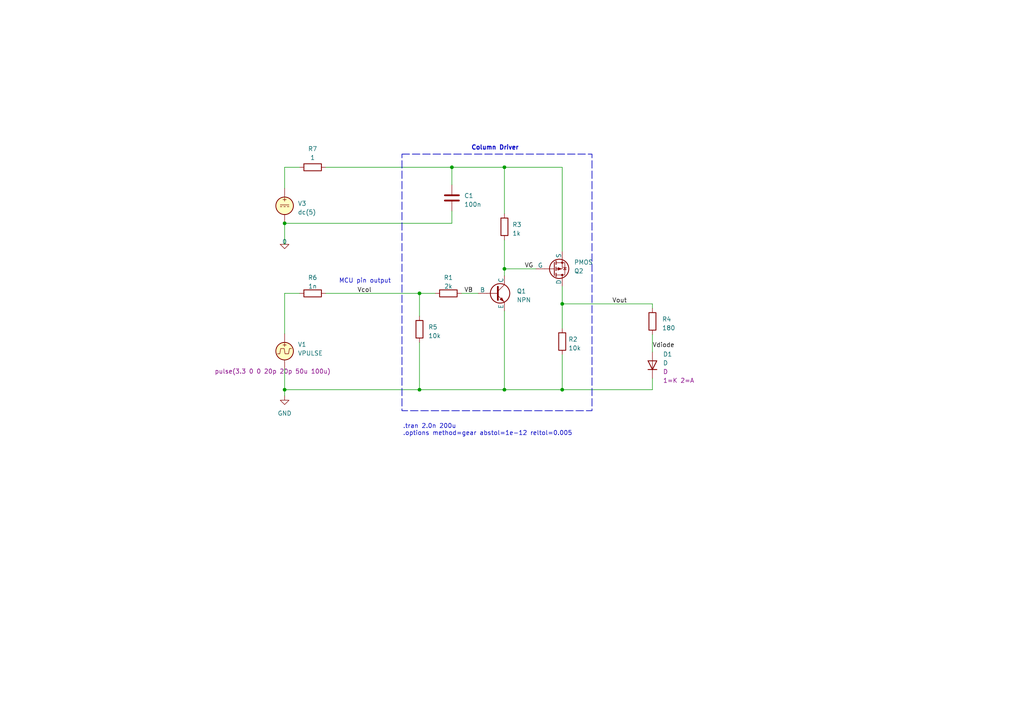
<source format=kicad_sch>
(kicad_sch (version 20230121) (generator eeschema)
  (paper "A4")
  (lib_symbols
    (symbol "Device:C" (pin_numbers hide) (pin_names (offset 0.254))
      (property "Reference" "C" (at 0.635 2.54 0))
      (property "Value" "C" (at 0.635 -2.54 0))
      (symbol "C_0_1"
        (polyline (pts (xy -2.032 -0.762) (xy 2.032 -0.762)) (stroke (width 0.508)))
        (polyline (pts (xy -2.032 0.762) (xy 2.032 0.762)) (stroke (width 0.508)))
      )
      (symbol "C_1_1"
        (pin passive line (at 0 3.81 270) (length 2.794) (name "~") (number "1"))
        (pin passive line (at 0 -3.81 90) (length 2.794) (name "~") (number "2"))
      )
    )
    (symbol "Device:R" (pin_numbers hide) (pin_names (offset 0))
      (property "Reference" "R" (at 2.032 0 90))
      (property "Value" "R" (at 0 0 90))
      (symbol "R_0_1"
        (rectangle (start -1.016 -2.54) (end 1.016 2.54) (stroke (width 0.254)))
      )
      (symbol "R_1_1"
        (pin passive line (at 0 3.81 270) (length 1.27) (name "~") (number "1"))
        (pin passive line (at 0 -3.81 90) (length 1.27) (name "~") (number "2"))
      )
    )
    (symbol "Simulation_SPICE:0" (power) (pin_names (offset 0))
      (property "Value" "0" (at 0 -1.778 0))
      (symbol "0_0_1"
        (polyline (pts (xy -1.27 0) (xy 0 -1.27) (xy 1.27 0) (xy -1.27 0)))
      )
      (symbol "0_1_1"
        (pin power_in line (at 0 0 0) (length 0) hide (name "0") (number "1"))
      )
    )
    (symbol "Simulation_SPICE:D" (pin_numbers hide) (pin_names (offset 1.016) hide)
      (property "Reference" "D" (at 0 2.54 0))
      (property "Value" "D" (at 0 -2.54 0))
      (property "Sim.Device" "D" (at 0 0 0))
      (property "Sim.Pins" "1=K 2=A" (at 0 0 0))
      (symbol "D_0_1"
        (polyline (pts (xy -1.27 1.27) (xy -1.27 -1.27)) (stroke (width 0.254)))
        (polyline (pts (xy 1.27 0) (xy -1.27 0)))
        (polyline (pts (xy 1.27 1.27) (xy 1.27 -1.27) (xy -1.27 0) (xy 1.27 1.27)) (stroke (width 0.254)))
      )
      (symbol "D_1_1"
        (pin passive line (at -3.81 0 0) (length 2.54) (name "K") (number "1"))
        (pin passive line (at 3.81 0 180) (length 2.54) (name "A") (number "2"))
      )
    )
    (symbol "Simulation_SPICE:NPN" (pin_numbers hide) (pin_names (offset 0))
      (property "Reference" "Q" (at -2.54 7.62 0))
      (property "Value" "NPN" (at -2.54 5.08 0))
      (symbol "NPN_0_1"
        (polyline (pts (xy -2.54 0) (xy 0.635 0)) (stroke (width 0.1524)))
        (polyline (pts (xy 0.635 0.635) (xy 2.54 2.54)))
        (polyline (pts (xy 2.794 -1.27) (xy 2.794 -1.27)) (stroke (width 0.1524)))
        (polyline (pts (xy 2.794 -1.27) (xy 2.794 -1.27)) (stroke (width 0.1524)))
        (polyline (pts (xy 0.635 -0.635) (xy 2.54 -2.54) (xy 2.54 -2.54)))
        (polyline (pts (xy 0.635 1.905) (xy 0.635 -1.905) (xy 0.635 -1.905)) (stroke (width 0.508)))
        (polyline (pts (xy 1.27 -1.778) (xy 1.778 -1.27) (xy 2.286 -2.286) (xy 1.27 -1.778) (xy 1.27 -1.778)) (fill (type outline)))
        (circle (center 1.27 0) (radius 2.8194) (stroke (width 0.254)))
      )
      (symbol "NPN_1_1"
        (pin open_collector line (at 2.54 5.08 270) (length 2.54) (name "C") (number "1"))
        (pin input line (at -5.08 0 0) (length 2.54) (name "B") (number "2"))
        (pin open_emitter line (at 2.54 -5.08 90) (length 2.54) (name "E") (number "3"))
      )
    )
    (symbol "Simulation_SPICE:PMOS" (pin_numbers hide) (pin_names (offset 0))
      (property "Reference" "Q" (at 5.08 1.27 0))
      (property "Value" "PMOS" (at 5.08 -1.27 0))
      (symbol "PMOS_0_1"
        (polyline (pts (xy 0.254 0) (xy -2.54 0)))
        (polyline (pts (xy 0.254 1.905) (xy 0.254 -1.905)) (stroke (width 0.254)))
        (polyline (pts (xy 0.762 -1.27) (xy 0.762 -2.286)) (stroke (width 0.254)))
        (polyline (pts (xy 0.762 0.508) (xy 0.762 -0.508)) (stroke (width 0.254)))
        (polyline (pts (xy 0.762 2.286) (xy 0.762 1.27)) (stroke (width 0.254)))
        (polyline (pts (xy 2.54 2.54) (xy 2.54 1.778)))
        (polyline (pts (xy 2.54 -2.54) (xy 2.54 0) (xy 0.762 0)))
        (polyline (pts (xy 0.762 1.778) (xy 3.302 1.778) (xy 3.302 -1.778) (xy 0.762 -1.778)))
        (polyline (pts (xy 2.286 0) (xy 1.27 0.381) (xy 1.27 -0.381) (xy 2.286 0)) (fill (type outline)))
        (polyline (pts (xy 2.794 -0.508) (xy 2.921 -0.381) (xy 3.683 -0.381) (xy 3.81 -0.254)))
        (polyline (pts (xy 3.302 -0.381) (xy 2.921 0.254) (xy 3.683 0.254) (xy 3.302 -0.381)))
        (circle (center 1.651 0) (radius 2.794) (stroke (width 0.254)))
        (circle (center 2.54 -1.778) (radius 0.254) (fill (type outline)))
        (circle (center 2.54 1.778) (radius 0.254) (fill (type outline)))
      )
      (symbol "PMOS_1_1"
        (pin passive line (at 2.54 5.08 270) (length 2.54) (name "D") (number "1"))
        (pin input line (at -5.08 0 0) (length 2.54) (name "G") (number "2"))
        (pin passive line (at 2.54 -5.08 90) (length 2.54) (name "S") (number "3"))
      )
    )
    (symbol "Simulation_SPICE:VDC" (pin_numbers hide) (pin_names (offset 0.0254))
      (property "Reference" "V" (at 2.54 2.54 0))
      (property "Value" "1" (at 2.54 0 0))
      (symbol "VDC_0_0"
        (polyline (pts (xy -1.27 0.254) (xy 1.27 0.254)))
        (polyline (pts (xy -0.762 -0.254) (xy -1.27 -0.254)))
        (polyline (pts (xy 0.254 -0.254) (xy -0.254 -0.254)))
        (polyline (pts (xy 1.27 -0.254) (xy 0.762 -0.254)))
        (text "+" (at 0 1.905 0) (effects (font (size 1.27 1.27))))
      )
      (symbol "VDC_0_1"
        (circle (center 0 0) (radius 2.54) (stroke (width 0.254)) (fill (type background)))
      )
      (symbol "VDC_1_1"
        (pin passive line (at 0 5.08 270) (length 2.54) (name "~") (number "1"))
        (pin passive line (at 0 -5.08 90) (length 2.54) (name "~") (number "2"))
      )
    )
    (symbol "Simulation_SPICE:VPULSE" (pin_numbers hide) (pin_names (offset 0.0254))
      (property "Reference" "V" (at 2.54 2.54 0))
      (property "Value" "VPULSE" (at 2.54 0 0))
      (property "Sim.Params" "y1=0 y2=1 td=2n tr=2n tf=2n tw=50n per=100n" (at 2.54 -2.54 0))
      (symbol "VPULSE_0_0"
        (polyline (pts (xy -2.032 -0.762) (xy -1.397 -0.762) (xy -1.143 0.762) (xy -0.127 0.762) (xy 0.127 -0.762) (xy 1.143 -0.762) (xy 1.397 0.762) (xy 2.032 0.762)))
        (text "+" (at 0 1.905 0) (effects (font (size 1.27 1.27))))
      )
      (symbol "VPULSE_0_1"
        (circle (center 0 0) (radius 2.54) (stroke (width 0.254)) (fill (type background)))
      )
      (symbol "VPULSE_1_1"
        (pin passive line (at 0 5.08 270) (length 2.54) (name "~") (number "1"))
        (pin passive line (at 0 -5.08 90) (length 2.54) (name "~") (number "2"))
      )
    )
    (symbol "power:GND" (power) (pin_names (offset 0))
      (property "Value" "GND" (at 0 -3.81 0))
      (symbol "GND_0_1"
        (polyline (pts (xy 0 0) (xy 0 -1.27) (xy 1.27 -1.27) (xy 0 -2.54) (xy -1.27 -1.27) (xy 0 -1.27)))
      )
      (symbol "GND_1_1"
        (pin power_in line (at 0 0 270) (length 0) hide (name "GND") (number "1"))
      )
    )
  )
  (junction (at 82.55 113.03))
  (junction (at 163.068 88.138))
  (junction (at 121.666 113.03))
  (junction (at 146.304 113.03))
  (junction (at 163.068 113.03))
  (junction (at 146.304 77.978))
  (junction (at 121.666 85.09))
  (junction (at 146.304 48.514))
  (junction (at 131.064 48.514))
  (junction (at 82.55 64.77))
  (wire (pts (xy 82.55 113.03) (xy 82.55 114.808)))
  (wire (pts (xy 163.068 48.514) (xy 163.068 72.898)))
  (wire (pts (xy 121.666 85.09) (xy 121.666 91.694)))
  (wire (pts (xy 189.23 109.728) (xy 189.23 113.03)))
  (wire (pts (xy 131.064 48.514) (xy 146.304 48.514)))
  (wire (pts (xy 146.304 113.03) (xy 163.068 113.03)))
  (wire (pts (xy 189.23 97.028) (xy 189.23 102.108)))
  (wire (pts (xy 131.064 61.214) (xy 131.064 64.77)))
  (wire (pts (xy 121.666 99.314) (xy 121.666 113.03)))
  (wire (pts (xy 133.858 85.09) (xy 138.684 85.09)))
  (wire (pts (xy 146.304 77.978) (xy 146.304 80.01)))
  (wire (pts (xy 146.304 48.514) (xy 163.068 48.514)))
  (wire (pts (xy 82.55 106.934) (xy 82.55 113.03)))
  (wire (pts (xy 82.55 85.09) (xy 82.55 96.774)))
  (wire (pts (xy 146.304 77.978) (xy 146.304 69.596)))
  (wire (pts (xy 131.064 48.514) (xy 131.064 53.594)))
  (wire (pts (xy 121.666 85.09) (xy 126.238 85.09)))
  (wire (pts (xy 189.23 88.138) (xy 189.23 89.408)))
  (wire (pts (xy 146.304 113.03) (xy 146.304 90.17)))
  (wire (pts (xy 163.068 88.138) (xy 163.068 95.25)))
  (wire (pts (xy 82.55 54.61) (xy 82.55 48.514)))
  (wire (pts (xy 82.55 64.77) (xy 131.064 64.77)))
  (wire (pts (xy 163.068 83.058) (xy 163.068 88.138)))
  (wire (pts (xy 163.068 88.138) (xy 189.23 88.138)))
  (wire (pts (xy 82.55 48.514) (xy 86.868 48.514)))
  (wire (pts (xy 82.55 113.03) (xy 121.666 113.03)))
  (wire (pts (xy 189.23 113.03) (xy 163.068 113.03)))
  (wire (pts (xy 146.304 77.978) (xy 155.448 77.978)))
  (wire (pts (xy 82.55 64.77) (xy 82.55 70.866)))
  (wire (pts (xy 94.488 85.09) (xy 121.666 85.09)))
  (wire (pts (xy 121.666 113.03) (xy 146.304 113.03)))
  (wire (pts (xy 82.55 85.09) (xy 86.868 85.09)))
  (wire (pts (xy 94.488 48.514) (xy 131.064 48.514)))
  (wire (pts (xy 163.068 102.87) (xy 163.068 113.03)))
  (wire (pts (xy 146.304 61.976) (xy 146.304 48.514)))
  (rectangle (start 116.586 44.704) (end 171.704 119.126) (stroke (width 0.2) (type dash)))
  (text "MCU pin output" (at 98.298 82.296 0) (effects (font (size 1.27 1.27)) (justify left bottom)))
  (text ".tran 2.0n 200u\n.options method=gear abstol=1e-12 reltol=0.005" (at 116.84 126.492 0) (effects (font (size 1.27 1.27)) (justify left bottom)))
  (text "Column Driver" (at 136.652 43.688 0) (effects (font (size 1.27 1.27) (thickness 0.254) bold) (justify left bottom)))
  (label "Vout" (at 177.546 88.138 0))
  (label "VG" (at 152.146 77.978 0))
  (label "VB" (at 134.62 85.09 0))
  (label "Vdiode" (at 189.23 101.092 0))
  (label "Vcol" (at 103.632 85.09 0))
  (symbol (lib_id "Device:R") (at 163.068 99.06 0) (unit 1)
    (property "Reference" "R2" (at 164.846 98.425 0) (effects (justify left)))
    (property "Value" "10k" (at 164.846 100.965 0) (effects (justify left)))
  )
  (symbol (lib_id "Device:R") (at 121.666 95.504 0) (unit 1)
    (property "Reference" "R5" (at 124.206 94.869 0) (effects (justify left)))
    (property "Value" "10k" (at 124.206 97.409 0) (effects (justify left)))
  )
  (symbol (lib_id "Simulation_SPICE:PMOS") (at 160.528 77.978 0) (mirror x) (unit 1)
    (property "Reference" "Q2" (at 166.497 78.613 0) (effects (justify left)))
    (property "Value" "PMOS" (at 166.497 76.073 0) (effects (justify left)))
    (property "Datasheet" "https://ngspice.sourceforge.io/docs/ngspice-manual.pdf" (effects hide))
    (property "Sim.Device" "SUBCKT" (effects hide))
    (property "Sim.Pins" "1=10 2=20 3=30" (effects hide))
    (property "Sim.Library" "DMC2400UV.spice.txt" (effects hide))
    (property "Sim.Name" "DMC2400UV_PMOS" (effects hide))
  )
  (symbol (lib_id "Device:R") (at 130.048 85.09 90) (unit 1)
    (property "Reference" "R1" (at 130.048 80.518 90))
    (property "Value" "2k" (at 130.048 83.058 90))
  )
  (symbol (lib_id "Device:R") (at 146.304 65.786 0) (unit 1)
    (property "Reference" "R3" (at 148.59 65.151 0) (effects (justify left)))
    (property "Value" "1k" (at 148.59 67.691 0) (effects (justify left)))
  )
  (symbol (lib_id "Simulation_SPICE:0") (at 82.55 70.866 0) (unit 1)
    (property "Reference" "#GND02" (effects hide))
    (property "Value" "0" (at 82.55 70.104 0))
  )
  (symbol (lib_id "Device:R") (at 189.23 93.218 0) (unit 1)
    (property "Reference" "R4" (at 192.024 92.583 0) (effects (justify left)))
    (property "Value" "180" (at 192.024 95.123 0) (effects (justify left)))
  )
  (symbol (lib_id "Device:R") (at 90.678 48.514 90) (unit 1)
    (property "Reference" "R7" (at 90.678 43.18 90))
    (property "Value" "1" (at 90.678 45.72 90))
  )
  (symbol (lib_id "Simulation_SPICE:VDC") (at 82.55 59.69 0) (unit 1)
    (property "Reference" "V3" (at 86.36 59.0192 0) (effects (justify left)))
    (property "Value" "dc(5)" (at 86.36 61.5592 0) (effects (justify left)))
    (property "Sim.Pins" "1=+ 2=-" (effects hide))
    (property "Sim.Type" "DC" (effects hide))
    (property "Sim.Device" "V" (effects hide))
  )
  (symbol (lib_id "Device:R") (at 90.678 85.09 90) (unit 1)
    (property "Reference" "R6" (at 90.678 80.518 90))
    (property "Value" "1n" (at 90.678 83.058 90))
  )
  (symbol (lib_id "Simulation_SPICE:VPULSE") (at 82.55 101.854 0) (unit 1)
    (property "Reference" "V1" (at 86.36 99.9132 0) (effects (justify left)))
    (property "Value" "VPULSE" (at 86.36 102.4532 0) (effects (justify left)))
    (property "Sim.Pins" "1=+ 2=-" (effects hide))
    (property "Sim.Type" "PULSE" (effects hide))
    (property "Sim.Device" "V" (effects hide))
    (property "Sim.Params" "pulse(3.3 0 0 20p 20p 50u 100u)" (at 62.23 107.696 0) (effects (justify left)))
  )
  (symbol (lib_id "power:GND") (at 82.55 114.808 0) (unit 1)
    (property "Reference" "#PWR01" (effects hide))
    (property "Value" "GND" (at 82.55 119.888 0))
  )
  (symbol (lib_id "Device:C") (at 131.064 57.404 180) (unit 1)
    (property "Reference" "C1" (at 134.62 56.769 0) (effects (justify right)))
    (property "Value" "100n" (at 134.62 59.309 0) (effects (justify right)))
  )
  (symbol (lib_id "Simulation_SPICE:NPN") (at 143.764 85.09 0) (unit 1)
    (property "Reference" "Q1" (at 149.86 84.455 0) (effects (justify left)))
    (property "Value" "NPN" (at 149.86 86.995 0) (effects (justify left)))
    (property "Sim.Device" "NPN" (effects hide))
    (property "Sim.Type" "GUMMELPOON" (effects hide))
    (property "Sim.Pins" "1=C 2=B 3=E" (effects hide))
  )
  (symbol (lib_id "Simulation_SPICE:D") (at 189.23 105.918 90) (unit 1)
    (property "Reference" "D1" (at 192.278 102.743 90) (effects (justify right)))
    (property "Value" "D" (at 192.278 105.283 90) (effects (justify right)))
    (property "Sim.Device" "D" (at 192.278 107.823 90) (effects (justify right)))
    (property "Sim.Pins" "1=K 2=A" (at 192.278 110.363 90) (effects (justify right)))
    (property "Sim.Params" "is=23.4p rs=0 n=3.94" (effects hide))
  )
)
</source>
